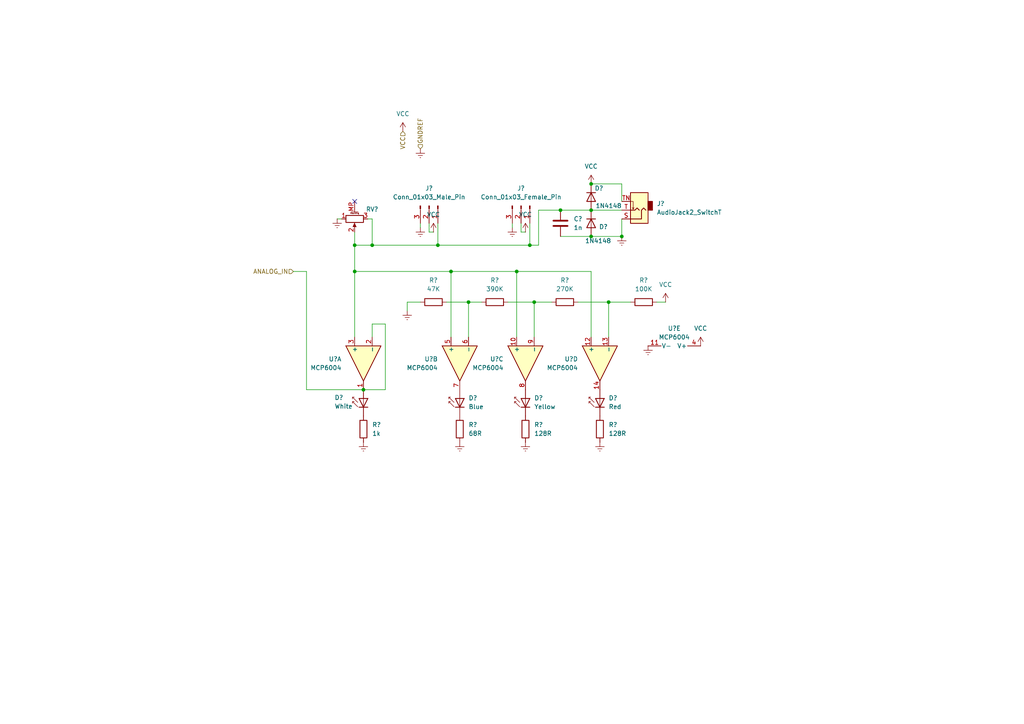
<source format=kicad_sch>
(kicad_sch (version 20231120) (generator "eeschema") (generator_version "8.0")
  (paper "A4")
  (lib_symbols
    (symbol "Amplifier_Operational:MCP6004" (pin_names (offset 0.127))
      (property "Reference" "U" (at 0 5.08 0))
      (property "Value" "MCP6004" (at 0 -5.08 0))
      (symbol "MCP6004_1_1"
        (polyline (pts (xy -5.08 5.08) (xy 5.08 0) (xy -5.08 -5.08) (xy -5.08 5.08)) (stroke (width 0.254)) (fill (type background)))
        (pin output line (at 7.62 0 180) (length 2.54) (name "~") (number "1"))
        (pin input line (at -7.62 -2.54 0) (length 2.54) (name "-") (number "2"))
        (pin input line (at -7.62 2.54 0) (length 2.54) (name "+") (number "3"))
      )
      (symbol "MCP6004_2_1"
        (polyline (pts (xy -5.08 5.08) (xy 5.08 0) (xy -5.08 -5.08) (xy -5.08 5.08)) (stroke (width 0.254)) (fill (type background)))
        (pin input line (at -7.62 2.54 0) (length 2.54) (name "+") (number "5"))
        (pin input line (at -7.62 -2.54 0) (length 2.54) (name "-") (number "6"))
        (pin output line (at 7.62 0 180) (length 2.54) (name "~") (number "7"))
      )
      (symbol "MCP6004_3_1"
        (polyline (pts (xy -5.08 5.08) (xy 5.08 0) (xy -5.08 -5.08) (xy -5.08 5.08)) (stroke (width 0.254)) (fill (type background)))
        (pin input line (at -7.62 2.54 0) (length 2.54) (name "+") (number "10"))
        (pin output line (at 7.62 0 180) (length 2.54) (name "~") (number "8"))
        (pin input line (at -7.62 -2.54 0) (length 2.54) (name "-") (number "9"))
      )
      (symbol "MCP6004_4_1"
        (polyline (pts (xy -5.08 5.08) (xy 5.08 0) (xy -5.08 -5.08) (xy -5.08 5.08)) (stroke (width 0.254)) (fill (type background)))
        (pin input line (at -7.62 2.54 0) (length 2.54) (name "+") (number "12"))
        (pin input line (at -7.62 -2.54 0) (length 2.54) (name "-") (number "13"))
        (pin output line (at 7.62 0 180) (length 2.54) (name "~") (number "14"))
      )
      (symbol "MCP6004_5_1"
        (pin power_in line (at -2.54 -7.62 90) (length 3.81) (name "V-") (number "11"))
        (pin power_in line (at -2.54 7.62 270) (length 3.81) (name "V+") (number "4"))
      )
    )
    (symbol "Connector:Conn_01x03_Pin" (pin_names (offset 1.016) hide)
      (property "Reference" "J" (at 0 5.08 0))
      (property "Value" "Conn_01x03_Pin" (at 0 -5.08 0))
      (symbol "Conn_01x03_Pin_1_1"
        (polyline (pts (xy 1.27 -2.54) (xy 0.8636 -2.54)) (stroke (width 0.1524)))
        (polyline (pts (xy 1.27 0) (xy 0.8636 0)) (stroke (width 0.1524)))
        (polyline (pts (xy 1.27 2.54) (xy 0.8636 2.54)) (stroke (width 0.1524)))
        (rectangle (start 0.8636 -2.413) (end 0 -2.667) (stroke (width 0.1524)) (fill (type outline)))
        (rectangle (start 0.8636 0.127) (end 0 -0.127) (stroke (width 0.1524)) (fill (type outline)))
        (rectangle (start 0.8636 2.667) (end 0 2.413) (stroke (width 0.1524)) (fill (type outline)))
        (pin passive line (at 5.08 2.54 180) (length 3.81) (name "Pin_1") (number "1"))
        (pin passive line (at 5.08 0 180) (length 3.81) (name "Pin_2") (number "2"))
        (pin passive line (at 5.08 -2.54 180) (length 3.81) (name "Pin_3") (number "3"))
      )
    )
    (symbol "Connector_Audio:AudioJack2_SwitchT"
      (property "Reference" "J" (at 0 8.89 0))
      (property "Value" "AudioJack2_SwitchT" (at 0 6.35 0))
      (symbol "AudioJack2_SwitchT_0_1"
        (rectangle (start -2.54 0) (end -3.81 -2.54) (stroke (width 0.254)) (fill (type outline)))
        (polyline (pts (xy 1.778 -0.254) (xy 2.032 -0.762)))
        (polyline (pts (xy 0 0) (xy 0.635 -0.635) (xy 1.27 0) (xy 2.54 0)) (stroke (width 0.254)))
        (polyline (pts (xy 2.54 -2.54) (xy 1.778 -2.54) (xy 1.778 -0.254) (xy 1.524 -0.762)))
        (polyline (pts (xy 2.54 2.54) (xy -0.635 2.54) (xy -0.635 0) (xy -1.27 -0.635) (xy -1.905 0)) (stroke (width 0.254)))
        (rectangle (start 2.54 3.81) (end -2.54 -5.08) (stroke (width 0.254)) (fill (type background)))
      )
      (symbol "AudioJack2_SwitchT_1_1"
        (pin passive line (at 5.08 2.54 180) (length 2.54) (name "~") (number "S"))
        (pin passive line (at 5.08 0 180) (length 2.54) (name "~") (number "T"))
        (pin passive line (at 5.08 -2.54 180) (length 2.54) (name "~") (number "TN"))
      )
    )
    (symbol "Device:C" (pin_numbers hide) (pin_names (offset 0.254))
      (property "Reference" "C" (at 0.635 2.54 0))
      (property "Value" "C" (at 0.635 -2.54 0))
      (symbol "C_0_1"
        (polyline (pts (xy -2.032 -0.762) (xy 2.032 -0.762)) (stroke (width 0.508)))
        (polyline (pts (xy -2.032 0.762) (xy 2.032 0.762)) (stroke (width 0.508)))
      )
      (symbol "C_1_1"
        (pin passive line (at 0 3.81 270) (length 2.794) (name "~") (number "1"))
        (pin passive line (at 0 -3.81 90) (length 2.794) (name "~") (number "2"))
      )
    )
    (symbol "Device:D" (pin_numbers hide) (pin_names (offset 1.016) hide)
      (property "Reference" "D" (at 0 2.54 0))
      (property "Value" "D" (at 0 -2.54 0))
      (symbol "D_0_1"
        (polyline (pts (xy -1.27 1.27) (xy -1.27 -1.27)) (stroke (width 0.254)))
        (polyline (pts (xy 1.27 0) (xy -1.27 0)))
        (polyline (pts (xy 1.27 1.27) (xy 1.27 -1.27) (xy -1.27 0) (xy 1.27 1.27)) (stroke (width 0.254)))
      )
      (symbol "D_1_1"
        (pin passive line (at -3.81 0 0) (length 2.54) (name "K") (number "1"))
        (pin passive line (at 3.81 0 180) (length 2.54) (name "A") (number "2"))
      )
    )
    (symbol "Device:R" (pin_numbers hide) (pin_names (offset 0))
      (property "Reference" "R" (at 2.032 0 90))
      (property "Value" "R" (at 0 0 90))
      (symbol "R_0_1"
        (rectangle (start -1.016 -2.54) (end 1.016 2.54) (stroke (width 0.254)))
      )
      (symbol "R_1_1"
        (pin passive line (at 0 3.81 270) (length 1.27) (name "~") (number "1"))
        (pin passive line (at 0 -3.81 90) (length 1.27) (name "~") (number "2"))
      )
    )
    (symbol "Device:R_Potentiometer_MountingPin" (pin_names (offset 1.016) hide)
      (property "Reference" "RV" (at -8.255 0 90))
      (property "Value" "R_Potentiometer_MountingPin" (at -6.35 0 90))
      (symbol "R_Potentiometer_MountingPin_0_1"
        (polyline (pts (xy 2.54 0) (xy 1.524 0)))
        (polyline (pts (xy 1.143 0) (xy 2.286 0.508) (xy 2.286 -0.508)) (fill (type outline)))
        (rectangle (start 1.016 2.54) (end -1.016 -2.54) (stroke (width 0.254)))
      )
      (symbol "R_Potentiometer_MountingPin_1_1"
        (polyline (pts (xy -2.032 1.016) (xy -2.032 -1.016)) (stroke (width 0.1524)))
        (text "Mounting" (at -1.651 0 900) (effects (font (size 0.381 0.381))))
        (pin passive line (at 0 3.81 270) (length 1.27) (name "1") (number "1"))
        (pin passive line (at 3.81 0 180) (length 1.27) (name "2") (number "2"))
        (pin passive line (at 0 -3.81 90) (length 1.27) (name "3") (number "3"))
        (pin passive line (at -5.08 0 0) (length 3.048) (name "MountPin") (number "MP"))
      )
    )
    (symbol "LED:IRL81A" (pin_numbers hide) (pin_names (offset 1.016) hide)
      (property "Reference" "D" (at 0.508 1.778 0))
      (property "Value" "IRL81A" (at -1.016 -2.794 0))
      (symbol "IRL81A_0_1"
        (polyline (pts (xy -2.54 0) (xy 0 0)))
        (polyline (pts (xy -2.54 1.27) (xy -2.54 -1.27)) (stroke (width 0.254)))
        (polyline (pts (xy 0.381 3.175) (xy -0.127 3.175)))
        (polyline (pts (xy -1.143 1.651) (xy 0.381 3.175) (xy 0.381 2.667)))
        (polyline (pts (xy 0 -1.27) (xy 0 1.27) (xy -2.54 0) (xy 0 -1.27)) (stroke (width 0.254)))
        (polyline (pts (xy -2.413 1.651) (xy -0.889 3.175) (xy -0.889 2.667) (xy -0.889 3.175) (xy -1.397 3.175)))
      )
      (symbol "IRL81A_1_1"
        (pin passive line (at -5.08 0 0) (length 2.54) (name "K") (number "1"))
        (pin passive line (at 2.54 0 180) (length 2.54) (name "A") (number "2"))
      )
    )
    (symbol "power:GNDREF" (power) (pin_numbers hide) (pin_names (offset 0) hide)
      (property "Value" "GNDREF" (at 0 -3.81 0))
      (symbol "GNDREF_0_1"
        (polyline (pts (xy -0.635 -1.905) (xy 0.635 -1.905)))
        (polyline (pts (xy -0.127 -2.54) (xy 0.127 -2.54)))
        (polyline (pts (xy 0 -1.27) (xy 0 0)))
        (polyline (pts (xy 1.27 -1.27) (xy -1.27 -1.27)))
      )
      (symbol "GNDREF_1_1"
        (pin power_in line (at 0 0 270) (length 0) (name "~") (number "1"))
      )
    )
    (symbol "power:VCC" (power) (pin_numbers hide) (pin_names (offset 0) hide)
      (property "Value" "VCC" (at 0 3.556 0))
      (symbol "VCC_0_1"
        (polyline (pts (xy -0.762 1.27) (xy 0 2.54)))
        (polyline (pts (xy 0 0) (xy 0 2.54)))
        (polyline (pts (xy 0 2.54) (xy 0.762 1.27)))
      )
      (symbol "VCC_1_1"
        (pin power_in line (at 0 0 90) (length 0) (name "~") (number "1"))
      )
    )
  )
  (junction (at 127 71.12))
  (junction (at 180.34 68.58))
  (junction (at 162.56 60.96))
  (junction (at 102.87 71.12))
  (junction (at 135.89 87.63))
  (junction (at 102.87 78.74))
  (junction (at 107.95 71.12))
  (junction (at 153.67 71.12))
  (junction (at 171.45 60.96))
  (junction (at 171.45 68.58))
  (junction (at 176.53 87.63))
  (junction (at 154.94 87.63))
  (junction (at 105.41 113.03))
  (junction (at 171.45 53.34))
  (junction (at 130.81 78.74))
  (junction (at 149.86 78.74))
  (no_connect (at 102.87 58.42))
  (wire (pts (xy 102.87 78.74) (xy 102.87 97.79)))
  (wire (pts (xy 162.56 68.58) (xy 171.45 68.58)))
  (wire (pts (xy 162.56 60.96) (xy 171.45 60.96)))
  (wire (pts (xy 111.76 113.03) (xy 111.76 93.98)))
  (wire (pts (xy 88.9 113.03) (xy 105.41 113.03)))
  (wire (pts (xy 124.46 64.77) (xy 124.46 67.31)))
  (wire (pts (xy 127 71.12) (xy 153.67 71.12)))
  (wire (pts (xy 102.87 78.74) (xy 130.81 78.74)))
  (wire (pts (xy 129.54 87.63) (xy 135.89 87.63)))
  (wire (pts (xy 107.95 63.5) (xy 106.68 63.5)))
  (wire (pts (xy 167.64 87.63) (xy 176.53 87.63)))
  (wire (pts (xy 88.9 78.74) (xy 88.9 113.03)))
  (wire (pts (xy 156.21 60.96) (xy 162.56 60.96)))
  (wire (pts (xy 85.09 78.74) (xy 88.9 78.74)))
  (wire (pts (xy 97.79 63.5) (xy 99.06 63.5)))
  (wire (pts (xy 153.67 71.12) (xy 156.21 71.12)))
  (wire (pts (xy 154.94 87.63) (xy 154.94 97.79)))
  (wire (pts (xy 152.4 67.31) (xy 151.13 67.31)))
  (wire (pts (xy 125.73 67.31) (xy 124.46 67.31)))
  (wire (pts (xy 180.34 53.34) (xy 180.34 58.42)))
  (wire (pts (xy 176.53 87.63) (xy 182.88 87.63)))
  (wire (pts (xy 107.95 93.98) (xy 111.76 93.98)))
  (wire (pts (xy 147.32 87.63) (xy 154.94 87.63)))
  (wire (pts (xy 107.95 63.5) (xy 107.95 71.12)))
  (wire (pts (xy 135.89 87.63) (xy 135.89 97.79)))
  (wire (pts (xy 107.95 93.98) (xy 107.95 97.79)))
  (wire (pts (xy 107.95 71.12) (xy 127 71.12)))
  (wire (pts (xy 180.34 68.58) (xy 180.34 63.5)))
  (wire (pts (xy 193.04 87.63) (xy 190.5 87.63)))
  (wire (pts (xy 171.45 68.58) (xy 180.34 68.58)))
  (wire (pts (xy 102.87 67.31) (xy 102.87 71.12)))
  (wire (pts (xy 130.81 78.74) (xy 149.86 78.74)))
  (wire (pts (xy 151.13 64.77) (xy 151.13 67.31)))
  (wire (pts (xy 153.67 64.77) (xy 153.67 71.12)))
  (wire (pts (xy 102.87 71.12) (xy 107.95 71.12)))
  (wire (pts (xy 171.45 60.96) (xy 180.34 60.96)))
  (wire (pts (xy 127 64.77) (xy 127 71.12)))
  (wire (pts (xy 156.21 71.12) (xy 156.21 60.96)))
  (wire (pts (xy 148.59 64.77) (xy 148.59 66.04)))
  (wire (pts (xy 149.86 78.74) (xy 171.45 78.74)))
  (wire (pts (xy 171.45 78.74) (xy 171.45 97.79)))
  (wire (pts (xy 171.45 53.34) (xy 180.34 53.34)))
  (wire (pts (xy 176.53 87.63) (xy 176.53 97.79)))
  (wire (pts (xy 149.86 78.74) (xy 149.86 97.79)))
  (wire (pts (xy 121.92 87.63) (xy 118.11 87.63)))
  (wire (pts (xy 154.94 87.63) (xy 160.02 87.63)))
  (wire (pts (xy 121.92 64.77) (xy 121.92 66.04)))
  (wire (pts (xy 102.87 71.12) (xy 102.87 78.74)))
  (wire (pts (xy 118.11 87.63) (xy 118.11 90.17)))
  (wire (pts (xy 135.89 87.63) (xy 139.7 87.63)))
  (wire (pts (xy 130.81 78.74) (xy 130.81 97.79)))
  (wire (pts (xy 105.41 113.03) (xy 111.76 113.03)))
  (hierarchical_label "GNDREF" (shape input) (at 121.92 43.18 90))
  (hierarchical_label "ANALOG_IN" (shape input) (at 85.09 78.74 180))
  (hierarchical_label "VCC" (shape input) (at 116.84 38.1 270))
  (symbol (lib_id "Connector:Conn_01x03_Pin") (at 151.13 59.69 270) (unit 1)
    (property "Reference" "J?" (at 151.13 54.61 90))
    (property "Value" "Conn_01x03_Female_Pin" (at 151.13 57.15 90))
    (property "Footprint" "Connector_PinSocket_2.54mm:PinSocket_1x03_P2.54mm_Vertical" (effects (hide yes)))
    (property "Description" "Generic connector, single row, 01x03, script generated" (effects (hide yes)))
  )
  (symbol (lib_id "Device:C") (at 162.56 64.77 0) (unit 1)
    (property "Reference" "C?" (at 166.37 63.4999 0) (effects (justify left)))
    (property "Value" "1n" (at 166.37 66.0399 0) (effects (justify left)))
    (property "Footprint" "Capacitor_THT:C_Disc_D4.7mm_W2.5mm_P5.00mm" (effects (hide yes)))
    (property "Description" "Unpolarized capacitor" (effects (hide yes)))
  )
  (symbol (lib_id "Connector:Conn_01x03_Pin") (at 124.46 59.69 270) (unit 1)
    (property "Reference" "J?" (at 124.46 54.61 90))
    (property "Value" "Conn_01x03_Male_Pin" (at 124.46 57.15 90))
    (property "Footprint" "Connector_PinHeader_2.54mm:PinHeader_1x03_P2.54mm_Vertical" (effects (hide yes)))
    (property "Description" "Generic connector, single row, 01x03, script generated" (effects (hide yes)))
  )
  (symbol (lib_id "power:GNDREF") (at 118.11 90.17 0) (unit 1)
    (property "Reference" "#PWR?" (effects (hide yes)))
    (property "Value" "GNDREF" (effects (hide yes)))
    (property "Description" "Power symbol creates a global label with name \"GNDREF\" , reference supply ground" (effects (hide yes)))
  )
  (symbol (lib_id "power:GNDREF") (at 121.92 66.04 0) (unit 1)
    (property "Reference" "#PWR?" (effects (hide yes)))
    (property "Value" "GNDREF" (effects (hide yes)))
    (property "Description" "Power symbol creates a global label with name \"GNDREF\" , reference supply ground" (effects (hide yes)))
  )
  (symbol (lib_id "power:GNDREF") (at 97.79 63.5 0) (unit 1)
    (property "Reference" "#PWR?" (effects (hide yes)))
    (property "Value" "GNDREF" (effects (hide yes)))
    (property "Description" "Power symbol creates a global label with name \"GNDREF\" , reference supply ground" (effects (hide yes)))
  )
  (symbol (lib_id "Device:R") (at 173.99 124.46 0) (unit 1)
    (property "Reference" "R?" (at 176.53 123.1899 0) (effects (justify left)))
    (property "Value" "128R" (at 176.53 125.7299 0) (effects (justify left)))
    (property "Footprint" "Resistor_THT:R_Axial_DIN0207_L6.3mm_D2.5mm_P2.54mm_Vertical" (effects (hide yes)))
    (property "Description" "Resistor" (effects (hide yes)))
  )
  (symbol (lib_id "Amplifier_Operational:MCP6004") (at 195.58 102.87 270) (unit 5)
    (property "Reference" "U?" (at 195.58 95.25 90))
    (property "Value" "MCP6004" (at 195.58 97.79 90))
    (property "Footprint" "Package_DIP:DIP-14_W7.62mm_Socket_LongPads" (effects (hide yes)))
    (property "Datasheet" "http://ww1.microchip.com/downloads/en/DeviceDoc/21733j.pdf" (effects (hide yes)))
    (property "Description" "1MHz, Low-Power Op Amp, DIP-14/SOIC-14/TSSOP-14" (effects (hide yes)))
  )
  (symbol (lib_id "Amplifier_Operational:MCP6004") (at 105.41 105.41 90) (mirror x) (unit 1)
    (property "Reference" "U?" (at 99.06 104.1399 90) (effects (justify left)))
    (property "Value" "MCP6004" (at 99.06 106.6799 90) (effects (justify left)))
    (property "Footprint" "Package_DIP:DIP-14_W7.62mm_Socket_LongPads" (effects (hide yes)))
    (property "Datasheet" "http://ww1.microchip.com/downloads/en/DeviceDoc/21733j.pdf" (effects (hide yes)))
    (property "Description" "1MHz, Low-Power Op Amp, DIP-14/SOIC-14/TSSOP-14" (effects (hide yes)))
  )
  (symbol (lib_id "power:VCC") (at 193.04 87.63 0) (unit 1)
    (property "Reference" "#PWR?" (effects (hide yes)))
    (property "Value" "VCC" (at 193.04 82.55 0))
    (property "Description" "Power symbol creates a global label with name \"VCC\"" (effects (hide yes)))
  )
  (symbol (lib_id "power:GNDREF") (at 133.35 128.27 0) (unit 1)
    (property "Reference" "#PWR?" (effects (hide yes)))
    (property "Value" "GNDREF" (effects (hide yes)))
    (property "Description" "Power symbol creates a global label with name \"GNDREF\" , reference supply ground" (effects (hide yes)))
  )
  (symbol (lib_id "Amplifier_Operational:MCP6004") (at 152.4 105.41 90) (mirror x) (unit 3)
    (property "Reference" "U?" (at 146.05 104.1399 90) (effects (justify left)))
    (property "Value" "MCP6004" (at 146.05 106.6799 90) (effects (justify left)))
    (property "Footprint" "Package_DIP:DIP-14_W7.62mm_Socket_LongPads" (effects (hide yes)))
    (property "Datasheet" "http://ww1.microchip.com/downloads/en/DeviceDoc/21733j.pdf" (effects (hide yes)))
    (property "Description" "1MHz, Low-Power Op Amp, DIP-14/SOIC-14/TSSOP-14" (effects (hide yes)))
  )
  (symbol (lib_id "power:VCC") (at 152.4 67.31 0) (unit 1)
    (property "Reference" "#PWR?" (effects (hide yes)))
    (property "Value" "VCC" (at 152.4 62.23 0))
    (property "Description" "Power symbol creates a global label with name \"VCC\"" (effects (hide yes)))
  )
  (symbol (lib_id "power:VCC") (at 171.45 53.34 0) (unit 1)
    (property "Reference" "#PWR?" (effects (hide yes)))
    (property "Value" "VCC" (at 171.45 48.26 0))
    (property "Description" "Power symbol creates a global label with name \"VCC\"" (effects (hide yes)))
  )
  (symbol (lib_id "power:GNDREF") (at 187.96 100.33 0) (unit 1)
    (property "Reference" "#PWR?" (effects (hide yes)))
    (property "Value" "GNDREF" (effects (hide yes)))
    (property "Description" "Power symbol creates a global label with name \"GNDREF\" , reference supply ground" (effects (hide yes)))
  )
  (symbol (lib_id "Device:D") (at 171.45 57.15 270) (unit 1)
    (property "Reference" "D?" (at 172.466 54.61 90) (effects (justify left)))
    (property "Value" "1N4148" (at 172.72 59.69 90) (effects (justify left)))
    (property "Footprint" "Diode_THT:D_DO-35_SOD27_P2.54mm_Vertical_KathodeUp" (effects (hide yes)))
    (property "Description" "Diode" (effects (hide yes)))
    (property "Sim.Device" "D" (effects (hide yes)))
    (property "Sim.Pins" "1=K 2=A" (effects (hide yes)))
  )
  (symbol (lib_id "power:VCC") (at 116.84 38.1 0) (unit 1)
    (property "Reference" "#PWR?" (effects (hide yes)))
    (property "Value" "VCC" (at 116.84 33.02 0))
    (property "Description" "Power symbol creates a global label with name \"VCC\"" (effects (hide yes)))
  )
  (symbol (lib_id "Amplifier_Operational:MCP6004") (at 133.35 105.41 90) (mirror x) (unit 2)
    (property "Reference" "U?" (at 127 104.1399 90) (effects (justify left)))
    (property "Value" "MCP6004" (at 127 106.6799 90) (effects (justify left)))
    (property "Footprint" "Package_DIP:DIP-14_W7.62mm_Socket_LongPads" (effects (hide yes)))
    (property "Datasheet" "http://ww1.microchip.com/downloads/en/DeviceDoc/21733j.pdf" (effects (hide yes)))
    (property "Description" "1MHz, Low-Power Op Amp, DIP-14/SOIC-14/TSSOP-14" (effects (hide yes)))
  )
  (symbol (lib_id "power:GNDREF") (at 173.99 128.27 0) (unit 1)
    (property "Reference" "#PWR?" (effects (hide yes)))
    (property "Value" "GNDREF" (effects (hide yes)))
    (property "Description" "Power symbol creates a global label with name \"GNDREF\" , reference supply ground" (effects (hide yes)))
  )
  (symbol (lib_id "Device:D") (at 171.45 64.77 270) (unit 1)
    (property "Reference" "D?" (at 173.736 65.786 90) (effects (justify left)))
    (property "Value" "1N4148" (at 169.672 69.85 90) (effects (justify left)))
    (property "Footprint" "Diode_THT:D_DO-35_SOD27_P2.54mm_Vertical_KathodeUp" (effects (hide yes)))
    (property "Description" "Diode" (effects (hide yes)))
    (property "Sim.Device" "D" (effects (hide yes)))
    (property "Sim.Pins" "1=K 2=A" (effects (hide yes)))
  )
  (symbol (lib_id "LED:IRL81A") (at 133.35 115.57 90) (unit 1)
    (property "Reference" "D?" (at 135.89 115.4429 90) (effects (justify right)))
    (property "Value" "Blue" (at 135.89 117.9829 90) (effects (justify right)))
    (property "Footprint" "LED_THT:LED_SideEmitter_Rectangular_W4.5mm_H1.6mm" (effects (hide yes)))
    (property "Datasheet" "http://www.osram-os.com/Graphics/XPic0/00203825_0.pdf" (effects (hide yes)))
    (property "Description" "850nm High Power Infrared Emitter, Side-Emitter package" (effects (hide yes)))
  )
  (symbol (lib_id "Device:R") (at 133.35 124.46 0) (unit 1)
    (property "Reference" "R?" (at 135.89 123.1899 0) (effects (justify left)))
    (property "Value" "68R" (at 135.89 125.7299 0) (effects (justify left)))
    (property "Footprint" "Resistor_THT:R_Axial_DIN0207_L6.3mm_D2.5mm_P2.54mm_Vertical" (effects (hide yes)))
    (property "Description" "Resistor" (effects (hide yes)))
  )
  (symbol (lib_id "Amplifier_Operational:MCP6004") (at 173.99 105.41 90) (mirror x) (unit 4)
    (property "Reference" "U?" (at 167.64 104.1399 90) (effects (justify left)))
    (property "Value" "MCP6004" (at 167.64 106.6799 90) (effects (justify left)))
    (property "Footprint" "Package_DIP:DIP-14_W7.62mm_Socket_LongPads" (effects (hide yes)))
    (property "Datasheet" "http://ww1.microchip.com/downloads/en/DeviceDoc/21733j.pdf" (effects (hide yes)))
    (property "Description" "1MHz, Low-Power Op Amp, DIP-14/SOIC-14/TSSOP-14" (effects (hide yes)))
  )
  (symbol (lib_id "power:GNDREF") (at 180.34 68.58 0) (unit 1)
    (property "Reference" "#PWR?" (effects (hide yes)))
    (property "Value" "GNDREF" (effects (hide yes)))
    (property "Description" "Power symbol creates a global label with name \"GNDREF\" , reference supply ground" (effects (hide yes)))
  )
  (symbol (lib_id "power:GNDREF") (at 121.92 43.18 0) (unit 1)
    (property "Reference" "#PWR?" (effects (hide yes)))
    (property "Value" "GNDREF" (effects (hide yes)))
    (property "Description" "Power symbol creates a global label with name \"GNDREF\" , reference supply ground" (effects (hide yes)))
  )
  (symbol (lib_id "Device:R") (at 125.73 87.63 90) (unit 1)
    (property "Reference" "R?" (at 125.73 81.28 90))
    (property "Value" "47K" (at 125.73 83.82 90))
    (property "Footprint" "Resistor_THT:R_Axial_DIN0207_L6.3mm_D2.5mm_P2.54mm_Vertical" (effects (hide yes)))
    (property "Description" "Resistor" (effects (hide yes)))
  )
  (symbol (lib_id "Device:R") (at 152.4 124.46 0) (unit 1)
    (property "Reference" "R?" (at 154.94 123.1899 0) (effects (justify left)))
    (property "Value" "128R" (at 154.94 125.7299 0) (effects (justify left)))
    (property "Footprint" "Resistor_THT:R_Axial_DIN0207_L6.3mm_D2.5mm_P2.54mm_Vertical" (effects (hide yes)))
    (property "Description" "Resistor" (effects (hide yes)))
  )
  (symbol (lib_id "power:VCC") (at 203.2 100.33 0) (unit 1)
    (property "Reference" "#PWR?" (effects (hide yes)))
    (property "Value" "VCC" (at 203.2 95.25 0))
    (property "Description" "Power symbol creates a global label with name \"VCC\"" (effects (hide yes)))
  )
  (symbol (lib_id "LED:IRL81A") (at 105.41 115.57 90) (unit 1)
    (property "Reference" "D?" (at 97.028 115.316 90) (effects (justify right)))
    (property "Value" "White" (at 97.028 117.856 90) (effects (justify right)))
    (property "Footprint" "LED_THT:LED_SideEmitter_Rectangular_W4.5mm_H1.6mm" (effects (hide yes)))
    (property "Datasheet" "http://www.osram-os.com/Graphics/XPic0/00203825_0.pdf" (effects (hide yes)))
    (property "Description" "850nm High Power Infrared Emitter, Side-Emitter package" (effects (hide yes)))
  )
  (symbol (lib_id "power:GNDREF") (at 105.41 128.27 0) (unit 1)
    (property "Reference" "#PWR?" (effects (hide yes)))
    (property "Value" "GNDREF" (effects (hide yes)))
    (property "Description" "Power symbol creates a global label with name \"GNDREF\" , reference supply ground" (effects (hide yes)))
  )
  (symbol (lib_id "Device:R") (at 163.83 87.63 90) (unit 1)
    (property "Reference" "R?" (at 163.83 81.28 90))
    (property "Value" "270K" (at 163.83 83.82 90))
    (property "Footprint" "Resistor_THT:R_Axial_DIN0207_L6.3mm_D2.5mm_P2.54mm_Vertical" (effects (hide yes)))
    (property "Description" "Resistor" (effects (hide yes)))
  )
  (symbol (lib_id "Device:R") (at 105.41 124.46 0) (unit 1)
    (property "Reference" "R?" (at 107.95 123.1899 0) (effects (justify left)))
    (property "Value" "1k" (at 107.95 125.7299 0) (effects (justify left)))
    (property "Footprint" "Resistor_THT:R_Axial_DIN0207_L6.3mm_D2.5mm_P2.54mm_Vertical" (effects (hide yes)))
    (property "Description" "Resistor" (effects (hide yes)))
  )
  (symbol (lib_id "LED:IRL81A") (at 152.4 115.57 90) (unit 1)
    (property "Reference" "D?" (at 154.94 115.4429 90) (effects (justify right)))
    (property "Value" "Yellow" (at 154.94 117.9829 90) (effects (justify right)))
    (property "Footprint" "LED_THT:LED_SideEmitter_Rectangular_W4.5mm_H1.6mm" (effects (hide yes)))
    (property "Datasheet" "http://www.osram-os.com/Graphics/XPic0/00203825_0.pdf" (effects (hide yes)))
    (property "Description" "850nm High Power Infrared Emitter, Side-Emitter package" (effects (hide yes)))
  )
  (symbol (lib_id "Device:R") (at 186.69 87.63 90) (unit 1)
    (property "Reference" "R?" (at 186.69 81.28 90))
    (property "Value" "100K" (at 186.69 83.82 90))
    (property "Footprint" "Resistor_THT:R_Axial_DIN0207_L6.3mm_D2.5mm_P2.54mm_Vertical" (effects (hide yes)))
    (property "Description" "Resistor" (effects (hide yes)))
  )
  (symbol (lib_id "power:GNDREF") (at 152.4 128.27 0) (unit 1)
    (property "Reference" "#PWR?" (effects (hide yes)))
    (property "Value" "GNDREF" (effects (hide yes)))
    (property "Description" "Power symbol creates a global label with name \"GNDREF\" , reference supply ground" (effects (hide yes)))
  )
  (symbol (lib_id "Device:R_Potentiometer_MountingPin") (at 102.87 63.5 90) (mirror x) (unit 1)
    (property "Reference" "RV?" (at 107.95 60.706 90))
    (property "Value" "R_Potentiometer_MountingPin" (effects (hide yes)))
    (property "Footprint" "Potentiometer_THT:Potentiometer_Alps_RK09K_Single_Vertical" (effects (hide yes)))
    (property "Description" "Potentiometer with a mounting pin" (effects (hide yes)))
  )
  (symbol (lib_id "Connector_Audio:AudioJack2_SwitchT") (at 185.42 60.96 180) (unit 1)
    (property "Reference" "J?" (at 190.5 59.0549 0) (effects (justify right)))
    (property "Value" "AudioJack2_SwitchT" (at 190.5 61.5949 0) (effects (justify right)))
    (property "Footprint" "Connector_Audio:Jack_3.5mm_QingPu_WQP-PJ398SM_Vertical_CircularHoles" (effects (hide yes)))
    (property "Description" "Audio Jack, 2 Poles (Mono / TS), Switched T Pole (Normalling)" (effects (hide yes)))
  )
  (symbol (lib_id "LED:IRL81A") (at 173.99 115.57 90) (unit 1)
    (property "Reference" "D?" (at 176.53 115.4429 90) (effects (justify right)))
    (property "Value" "Red" (at 176.53 117.9829 90) (effects (justify right)))
    (property "Footprint" "LED_THT:LED_SideEmitter_Rectangular_W4.5mm_H1.6mm" (effects (hide yes)))
    (property "Datasheet" "http://www.osram-os.com/Graphics/XPic0/00203825_0.pdf" (effects (hide yes)))
    (property "Description" "850nm High Power Infrared Emitter, Side-Emitter package" (effects (hide yes)))
  )
  (symbol (lib_id "power:VCC") (at 125.73 67.31 0) (unit 1)
    (property "Reference" "#PWR?" (effects (hide yes)))
    (property "Value" "VCC" (at 125.73 62.23 0))
    (property "Description" "Power symbol creates a global label with name \"VCC\"" (effects (hide yes)))
  )
  (symbol (lib_id "Device:R") (at 143.51 87.63 90) (unit 1)
    (property "Reference" "R?" (at 143.51 81.28 90))
    (property "Value" "390K" (at 143.51 83.82 90))
    (property "Footprint" "Resistor_THT:R_Axial_DIN0207_L6.3mm_D2.5mm_P2.54mm_Vertical" (effects (hide yes)))
    (property "Description" "Resistor" (effects (hide yes)))
  )
  (symbol (lib_id "power:GNDREF") (at 148.59 66.04 0) (unit 1)
    (property "Reference" "#PWR?" (effects (hide yes)))
    (property "Value" "GNDREF" (effects (hide yes)))
    (property "Description" "Power symbol creates a global label with name \"GNDREF\" , reference supply ground" (effects (hide yes)))
  )
)
</source>
